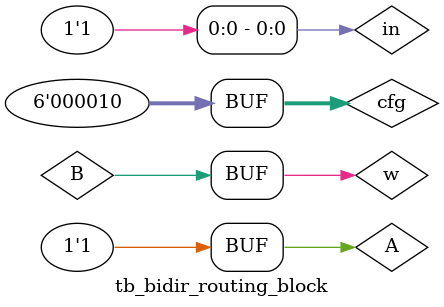
<source format=v>
module tb_bidir_routing_block();
	// Test ports
	reg A;
	wire B;
	reg [5:0] cfg;
	wire [2:0] in; // not just in, but also out possibly
	wire w;

	assign in[0] = A;
	assign B = w;

	io_block iob1(cfg, in, w);
	initial begin
		cfg = 6'b0;
		cfg[0] = 1'b1;
		#10 A = 1'b0;
		$monitor("A = %b, cfg = %b, B = %b",
				A, cfg, B);
		#10 A = 1'b0;
		#10 A = 1'b1;
		#10 cfg[0] = 1'b0; cfg[1] = 1'b1;
		A = 1'b0;
		#10 A = 1'b1;

	end
endmodule


</source>
